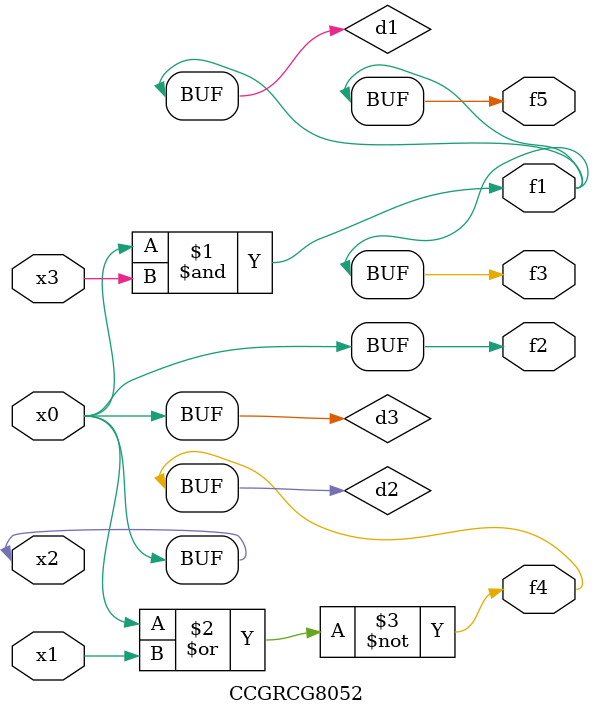
<source format=v>
module CCGRCG8052(
	input x0, x1, x2, x3,
	output f1, f2, f3, f4, f5
);

	wire d1, d2, d3;

	and (d1, x2, x3);
	nor (d2, x0, x1);
	buf (d3, x0, x2);
	assign f1 = d1;
	assign f2 = d3;
	assign f3 = d1;
	assign f4 = d2;
	assign f5 = d1;
endmodule

</source>
